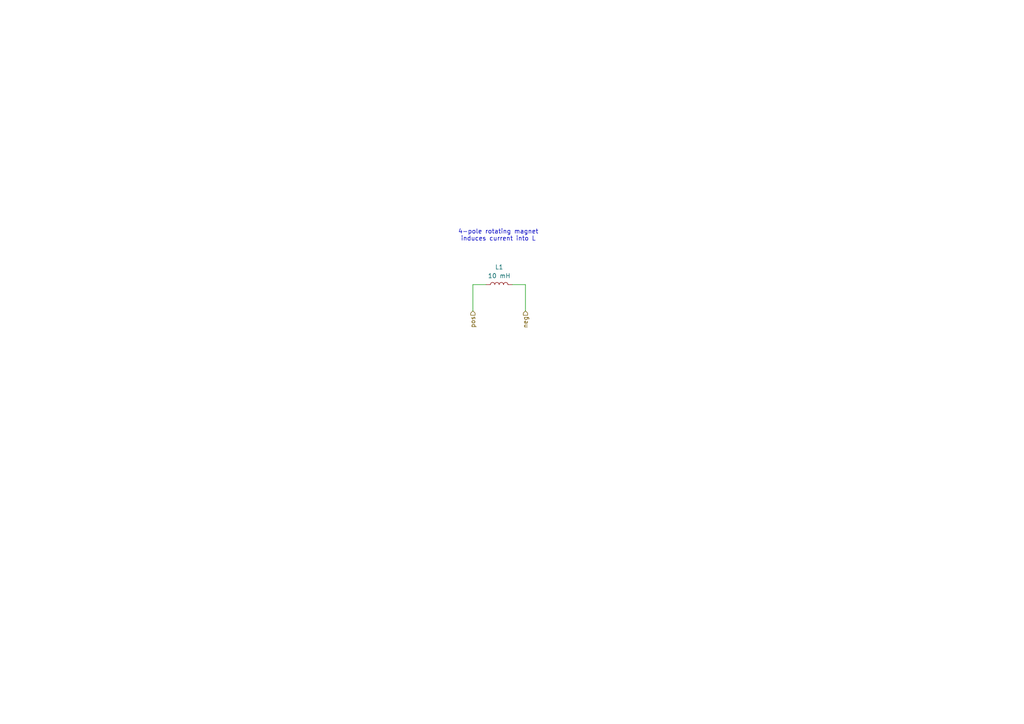
<source format=kicad_sch>
(kicad_sch (version 20231120) (generator "eeschema") (generator_version "8.0")
  (paper "A4")
  (title_block (title "RPM speedometer signal generator") (date "2024-08-21") (rev "1.0") (company "Michael Büsch <m@bues.ch>"))
  (lib_symbols
    (symbol "Device:L" (pin_numbers hide) (pin_names (offset 1.016) hide)
      (property "Reference" "L" (at -1.27 0 90))
      (property "Value" "L" (at 1.905 0 90))
      (symbol "L_0_1"
        (arc (start 0 -2.54) (mid 0.6323 -1.905) (end 0 -1.27))
        (arc (start 0 -1.27) (mid 0.6323 -0.635) (end 0 0))
        (arc (start 0 0) (mid 0.6323 0.635) (end 0 1.27))
        (arc (start 0 1.27) (mid 0.6323 1.905) (end 0 2.54))
      )
      (symbol "L_1_1"
        (pin passive line (at 0 3.81 270) (length 1.27) (name "1") (number "1"))
        (pin passive line (at 0 -3.81 90) (length 1.27) (name "2") (number "2"))
      )
    )
  )
  (wire (pts (xy 148.59 82.55) (xy 152.4 82.55)))
  (wire (pts (xy 140.97 82.55) (xy 137.16 82.55)))
  (wire (pts (xy 137.16 82.55) (xy 137.16 90.17)))
  (wire (pts (xy 152.4 82.55) (xy 152.4 90.17)))
  (text "4-pole rotating magnet\ninduces current into L" (at 144.526 68.326 0) (effects (font (size 1.27 1.27))))
  (hierarchical_label "neg" (shape input) (at 152.4 90.17 270))
  (hierarchical_label "pos" (shape input) (at 137.16 90.17 270))
  (symbol (lib_id "Device:L") (at 144.78 82.55 90) (unit 1)
    (property "Reference" "L1" (at 144.78 77.47 90))
    (property "Value" "10 mH" (at 144.78 80.01 90))
    (property "Description" "Inductor" (effects (hide yes)))
  )
)
</source>
